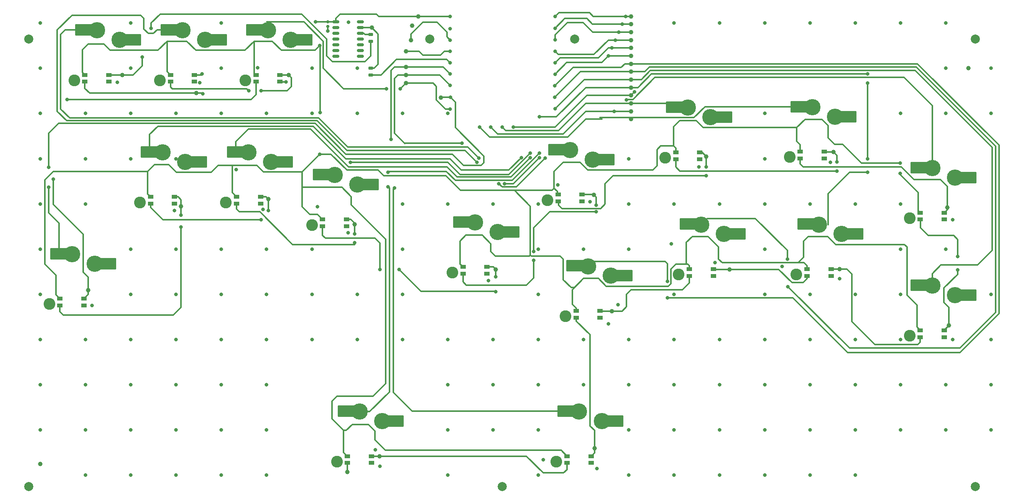
<source format=gbl>
G04*
G04 #@! TF.GenerationSoftware,Altium Limited,CircuitStudio,1.5.2 (30)*
G04*
G04 Layer_Physical_Order=2*
G04 Layer_Color=26367*
%FSLAX25Y25*%
%MOIN*%
G70*
G01*
G75*
%ADD12C,0.01181*%
%ADD13C,0.03937*%
%ADD14C,0.07874*%
%ADD15C,0.14173*%
%ADD16C,0.10236*%
%ADD17C,0.03150*%
G04:AMPARAMS|DCode=18|XSize=29.53mil|YSize=39.37mil|CornerRadius=7.38mil|HoleSize=0mil|Usage=FLASHONLY|Rotation=270.000|XOffset=0mil|YOffset=0mil|HoleType=Round|Shape=RoundedRectangle|*
%AMROUNDEDRECTD18*
21,1,0.02953,0.02461,0,0,270.0*
21,1,0.01476,0.03937,0,0,270.0*
1,1,0.01476,-0.01230,-0.00738*
1,1,0.01476,-0.01230,0.00738*
1,1,0.01476,0.01230,0.00738*
1,1,0.01476,0.01230,-0.00738*
%
%ADD18ROUNDEDRECTD18*%
G04:AMPARAMS|DCode=19|XSize=61.02mil|YSize=23.62mil|CornerRadius=5.91mil|HoleSize=0mil|Usage=FLASHONLY|Rotation=180.000|XOffset=0mil|YOffset=0mil|HoleType=Round|Shape=RoundedRectangle|*
%AMROUNDEDRECTD19*
21,1,0.06102,0.01181,0,0,180.0*
21,1,0.04921,0.02362,0,0,180.0*
1,1,0.01181,-0.02461,0.00591*
1,1,0.01181,0.02461,0.00591*
1,1,0.01181,0.02461,-0.00591*
1,1,0.01181,-0.02461,-0.00591*
%
%ADD19ROUNDEDRECTD19*%
G04:AMPARAMS|DCode=20|XSize=23.62mil|YSize=23.62mil|CornerRadius=5.91mil|HoleSize=0mil|Usage=FLASHONLY|Rotation=270.000|XOffset=0mil|YOffset=0mil|HoleType=Round|Shape=RoundedRectangle|*
%AMROUNDEDRECTD20*
21,1,0.02362,0.01181,0,0,270.0*
21,1,0.01181,0.02362,0,0,270.0*
1,1,0.01181,-0.00591,-0.00591*
1,1,0.01181,-0.00591,0.00591*
1,1,0.01181,0.00591,0.00591*
1,1,0.01181,0.00591,-0.00591*
%
%ADD20ROUNDEDRECTD20*%
G04:AMPARAMS|DCode=21|XSize=151.57mil|YSize=98.43mil|CornerRadius=4.92mil|HoleSize=0mil|Usage=FLASHONLY|Rotation=0.000|XOffset=0mil|YOffset=0mil|HoleType=Round|Shape=RoundedRectangle|*
%AMROUNDEDRECTD21*
21,1,0.15157,0.08858,0,0,0.0*
21,1,0.14173,0.09843,0,0,0.0*
1,1,0.00984,0.07087,-0.04429*
1,1,0.00984,-0.07087,-0.04429*
1,1,0.00984,-0.07087,0.04429*
1,1,0.00984,0.07087,0.04429*
%
%ADD21ROUNDEDRECTD21*%
%ADD22R,0.04724X0.03543*%
D12*
X288189Y399764D02*
X297874D01*
X298031Y399606D02*
X303543Y394094D01*
Y367717D02*
Y394094D01*
X300197Y364370D02*
X303543Y367717D01*
X297244Y364370D02*
X300197D01*
X297244Y358465D02*
X306102D01*
X319685Y372047D01*
X363189D01*
X485236Y340551D02*
X523622D01*
X457677Y312992D02*
X485236Y340551D01*
X484252Y319882D02*
X498032D01*
X500984Y246063D02*
Y263779D01*
X497047Y242126D02*
X500984Y246063D01*
X496654Y152559D02*
X506890D01*
X595079Y188976D02*
X609252D01*
X711260Y189331D02*
X715551Y185039D01*
Y143701D02*
Y185039D01*
X491142Y253937D02*
X493110Y251969D01*
X490945Y254134D02*
X491142Y253937D01*
X480905Y254134D02*
X490945D01*
X493110Y245079D02*
Y251969D01*
X200787Y239173D02*
X229331Y210630D01*
X320866Y358268D02*
X327756D01*
X496063Y333661D02*
X496063Y333661D01*
X259842Y396654D02*
Y400492D01*
X259980Y404764D02*
X266929D01*
X292323Y393701D02*
X297244D01*
X291260Y394764D02*
X292323Y393701D01*
X288189Y394764D02*
X291260D01*
X484252Y333661D02*
X496063D01*
X458661Y321850D02*
X484252Y347441D01*
X443898Y321850D02*
X458661D01*
X421260Y312992D02*
X457677D01*
X468504Y304134D02*
X484252Y319882D01*
X400591Y304134D02*
X468504D01*
X391732Y312992D02*
X400591Y304134D01*
X464567Y307087D02*
X484252Y326772D01*
X407480Y307087D02*
X464567D01*
X401575Y312992D02*
X407480Y307087D01*
X460630Y310039D02*
X484252Y333661D01*
X414370Y310039D02*
X460630D01*
X411417Y312992D02*
X414370Y310039D01*
X482874Y354331D02*
X484252D01*
X457480Y328937D02*
X482874Y354331D01*
X457323Y338937D02*
X479606Y361221D01*
X327756Y358268D02*
X357283D01*
X327756Y351378D02*
X351378D01*
X357283Y358268D02*
X366142Y349410D01*
X327756Y365158D02*
X360236D01*
X366142Y359252D01*
X363189Y372047D02*
X366142Y369094D01*
X338583Y409449D02*
X366142D01*
X304134D02*
X338583D01*
X302165Y411417D02*
X304134Y409449D01*
X270669Y411417D02*
X302165D01*
X266929Y407677D02*
X270669Y411417D01*
X266929Y404764D02*
Y407677D01*
X258858Y375000D02*
Y389764D01*
Y375000D02*
X263779Y370079D01*
X292323D01*
X297244Y375000D01*
Y387795D01*
X206890Y404528D02*
X239173D01*
X255906Y387795D01*
Y364173D02*
Y387795D01*
X237205Y411417D02*
X258858Y389764D01*
X24606Y326772D02*
Y397638D01*
X27559Y328740D02*
Y393701D01*
X408465Y263779D02*
X411417Y260827D01*
X413386Y263779D02*
X421260D01*
X417323Y271654D02*
X436024Y290354D01*
X314961Y362205D02*
X317913Y365158D01*
Y355315D02*
X320866Y358268D01*
X317913Y365158D02*
X327756D01*
X472441Y158504D02*
X475787Y155157D01*
X479331Y282283D02*
X486024Y275591D01*
X456693Y259646D02*
X459449Y256890D01*
X422244Y257874D02*
X436024Y244094D01*
X316929Y81890D02*
Y258858D01*
X317913Y259842D01*
X452756Y239173D02*
X493110D01*
X438976Y225394D02*
X452756Y239173D01*
X438976Y204724D02*
Y225394D01*
X435039Y200787D02*
X436024Y201772D01*
Y244094D01*
Y201772D02*
X437008Y200787D01*
X471417Y173268D02*
X474409D01*
X506890Y152559D02*
X515748D01*
X519685Y156496D01*
Y167323D01*
X523622Y171260D01*
X553150Y195866D02*
X555118Y193898D01*
X659449Y197835D02*
Y205709D01*
X631693Y233465D02*
X659449Y205709D01*
X609252Y188976D02*
X651968D01*
X804134Y218504D02*
X807579Y215059D01*
Y200295D02*
Y215059D01*
X792913Y192913D02*
X824803D01*
X837598Y205709D01*
Y295276D01*
X840551Y151575D02*
Y296260D01*
X843504Y150591D02*
Y297244D01*
X694882Y228122D02*
Y254921D01*
X713583Y273622D01*
X729331D01*
X772638Y368110D02*
X843504Y297244D01*
X479606Y361221D02*
X535433D01*
X539370Y365158D01*
X771654D01*
X840551Y296260D01*
X529528Y347441D02*
X541339Y359252D01*
X484252Y347441D02*
X529528D01*
X540354Y362205D02*
X770669D01*
X837598Y295276D01*
X541339Y359252D02*
X729331D01*
X556102Y333661D02*
X559961Y329803D01*
X496063Y333661D02*
X512795D01*
X556102D01*
X729331Y300197D02*
X729331Y285433D01*
X729331Y300197D02*
Y351378D01*
X421260Y263779D02*
X443898Y286417D01*
X273622Y346457D02*
X311024D01*
X255906Y364173D02*
X273622Y346457D01*
X322835D02*
X327756Y351378D01*
Y351378D01*
X544291Y356299D02*
X760827D01*
X495079Y181142D02*
X501811Y174409D01*
X555118Y178740D02*
Y193898D01*
X249213Y404724D02*
X249311Y404626D01*
X259842D01*
X518701Y409449D02*
X523622D01*
X515748Y402559D02*
X523622D01*
X512795Y395669D02*
X523622D01*
X509842Y388779D02*
X523622D01*
X506890Y381890D02*
X523622D01*
X503937Y375000D02*
X523622D01*
X484252Y354331D02*
X532480D01*
X540354Y362205D01*
X523622Y340551D02*
X526575Y343504D01*
X484252Y326772D02*
X508858D01*
X519685Y336614D02*
X520177Y337106D01*
X525098D01*
X544291Y356299D01*
X508858Y326772D02*
X523622D01*
X454921Y257874D02*
X456693Y259646D01*
X422244Y257874D02*
X454921D01*
X362205Y328740D02*
X366142D01*
X24606Y397638D02*
X37402Y410433D01*
X27559Y393701D02*
X31496Y397638D01*
X187992Y379921D02*
X195866Y387795D01*
X211614D01*
X219488Y379921D01*
X249016D01*
X252953Y383858D01*
X145079Y379921D02*
X187992D01*
X120079Y387795D02*
X137205D01*
X145079Y379921D01*
X98425Y366142D02*
Y374016D01*
X90551Y358268D02*
X98425Y366142D01*
X106299Y403543D02*
X114173Y411417D01*
X237205D01*
X70669Y379921D02*
X112205D01*
X120079Y387795D01*
X65158Y385433D02*
X70669Y379921D01*
X46457Y380315D02*
X51575Y385433D01*
X65158D01*
X46457Y360630D02*
Y380315D01*
Y360630D02*
X48622Y358465D01*
X120079Y361417D02*
X123031Y358465D01*
X120079Y361417D02*
Y387795D01*
X48622Y346654D02*
X52756Y342520D01*
X151181D01*
X48622Y346654D02*
X48622Y352559D01*
X124409Y346457D02*
X189173D01*
X123031Y347835D02*
X124409Y346457D01*
X123031Y347835D02*
Y352559D01*
X149803Y358465D02*
X150591Y359252D01*
X143898Y358465D02*
X149803D01*
X189173Y346457D02*
X191142Y344488D01*
X195866Y360039D02*
Y387795D01*
Y360039D02*
X197441Y358465D01*
Y341142D02*
Y352559D01*
X193307Y337008D02*
X197441Y341142D01*
X33071Y337008D02*
X193307D01*
X201969Y344488D02*
X224410D01*
X228346Y348425D01*
Y355906D01*
X225787Y358465D02*
X228346Y355906D01*
X218307Y358465D02*
X225787D01*
X218504Y352362D02*
X223622D01*
X47244Y186614D02*
X51575Y182283D01*
Y167323D02*
Y182283D01*
X47835Y163583D02*
X51575Y167323D01*
X23622Y166929D02*
X26969Y163583D01*
X23622Y166929D02*
Y183858D01*
X21260Y245669D02*
Y267717D01*
X47244Y186614D02*
Y219685D01*
X21260Y245669D02*
X47244Y219685D01*
X417323Y275590D02*
X428150Y286417D01*
X13780Y193701D02*
X23622Y183858D01*
X13780Y193701D02*
Y266929D01*
X26181Y202756D02*
Y229331D01*
X17323Y238189D02*
X26181Y229331D01*
X17323Y238189D02*
Y260630D01*
X104921Y291339D02*
Y306496D01*
X314961Y302362D02*
Y362205D01*
X389469Y282283D02*
X389961D01*
X393307Y279528D02*
X395669Y281890D01*
Y287795D01*
X370866Y312598D02*
X395669Y287795D01*
X370866Y312598D02*
Y334567D01*
X366496Y338937D02*
X370866Y334567D01*
X252756Y383661D02*
X252953Y383858D01*
X252756Y383661D02*
X253150Y383268D01*
Y325590D02*
Y383268D01*
X377953Y279528D02*
X393307D01*
X375984Y275590D02*
X417323D01*
X27559Y328740D02*
X35433Y320866D01*
X251969D01*
X24606Y326772D02*
X32874Y318504D01*
X250394D01*
X104921Y306496D02*
X112205Y313779D01*
X247244D01*
X179724Y300394D02*
X190748Y311417D01*
X179724Y291339D02*
Y300394D01*
X31496Y397638D02*
X47835D01*
X106299Y398819D02*
Y403543D01*
X111417Y397638D02*
X122244D01*
X108268Y394488D02*
X111417Y397638D01*
X103937Y394488D02*
X108268D01*
X100000Y398425D02*
X103937Y394488D01*
X100000Y398425D02*
Y407677D01*
X97244Y410433D02*
X100000Y407677D01*
X37402Y410433D02*
X97244D01*
X17323Y277953D02*
Y307480D01*
X25984Y316142D01*
X248819D01*
X237402Y273819D02*
X252953Y289370D01*
X203740Y273819D02*
X237402D01*
X198031Y279528D02*
X203740Y273819D01*
X128347Y273622D02*
X158661D01*
X121653Y280315D02*
X128347Y273622D01*
X109055Y280315D02*
X121653D01*
X103150Y274410D02*
X109055Y280315D01*
X103150Y254724D02*
Y274410D01*
Y254724D02*
X105709Y252165D01*
X26969Y152165D02*
Y157677D01*
Y152165D02*
X29921Y149213D01*
X125591D01*
X132283Y155905D01*
X126575Y252165D02*
X129724D01*
X132283Y249606D01*
X105709Y243110D02*
Y246260D01*
Y243110D02*
X116535Y232283D01*
X201969D01*
X132283Y236221D02*
Y249606D01*
Y155905D02*
Y225984D01*
X69685Y358268D02*
X81102D01*
X90551D01*
X182874Y239173D02*
X200787D01*
X180512Y241535D02*
X182874Y239173D01*
X180512Y241535D02*
Y246260D01*
X158661Y273622D02*
X164567Y279528D01*
X176772Y255906D02*
X180512Y252165D01*
X176772Y255906D02*
Y279528D01*
X164567D02*
X176772D01*
X198031D01*
X237402Y243701D02*
X244094Y237008D01*
X250787D01*
X255315Y232480D01*
X317913Y307677D02*
Y355315D01*
Y307677D02*
X326969Y298622D01*
X251969Y320866D02*
X277165Y295669D01*
X381496D01*
X391339Y285827D01*
X250394Y318504D02*
X276378Y292520D01*
X379232D01*
X389469Y282283D01*
X248819Y316142D02*
X275590Y289370D01*
X368110D01*
X377953Y279528D01*
X247244Y313779D02*
X275590Y285433D01*
X366142D01*
X375984Y275590D01*
X303543D02*
X308661Y270472D01*
X312205Y261024D02*
X313386Y259842D01*
X255315Y218701D02*
Y226575D01*
Y218701D02*
X257874Y216142D01*
X300787D01*
X305118Y211811D01*
Y188976D02*
Y211811D01*
X237402Y243701D02*
Y260630D01*
Y273819D01*
Y260630D02*
X272047D01*
X280315Y252362D01*
X283071Y210630D02*
Y212205D01*
Y220079D02*
Y229134D01*
X279724Y232480D02*
X283071Y229134D01*
X276181Y232480D02*
X279724D01*
X229331Y210630D02*
X283071D01*
X208268Y240158D02*
Y250394D01*
X201378Y252165D02*
X206102D01*
X208268Y250000D01*
X280315Y245276D02*
Y252362D01*
Y245276D02*
X310236Y215354D01*
Y89764D02*
Y215354D01*
X299213Y78740D02*
X310236Y89764D01*
X267717Y78740D02*
X299213D01*
X263386Y74410D02*
X267717Y78740D01*
X263386Y59055D02*
Y74410D01*
Y59055D02*
X273622Y48819D01*
Y29724D02*
Y48819D01*
Y29724D02*
X276969Y26378D01*
X287402Y65158D02*
X296260D01*
X313386Y82284D01*
Y259842D01*
X316929Y81890D02*
X333268Y65551D01*
X467126D01*
X276969Y12795D02*
Y20472D01*
X432677Y26378D02*
X447244Y11811D01*
X464961D01*
X467913Y14764D01*
Y20472D01*
X297835Y26378D02*
X304724D01*
X432677D01*
X273622Y48819D02*
X275984D01*
X281102Y53937D01*
X295276D01*
X300787Y48425D01*
Y40551D02*
Y48425D01*
Y40551D02*
X309842Y31496D01*
X462795D01*
X467913Y26378D01*
X377362Y178150D02*
Y185236D01*
X438976Y181496D02*
Y196850D01*
X377362Y178150D02*
X380315Y175197D01*
X432677D01*
X438976Y181496D01*
X321850Y188976D02*
X340748Y170079D01*
X405512D02*
X405905Y169685D01*
X340748Y170079D02*
X405512D01*
X398228Y191142D02*
X403740D01*
X405905Y188976D01*
Y182677D02*
Y188976D01*
X374803Y193701D02*
X377362Y191142D01*
X394094Y218898D02*
X401575Y211417D01*
X374803Y193701D02*
Y213779D01*
X379921Y218898D01*
X394094D01*
X401575Y204724D02*
Y211417D01*
Y204724D02*
X405512Y200787D01*
X435039D01*
X326969Y298622D02*
X327165Y298819D01*
X376378D01*
X419291Y269685D02*
X436024Y286417D01*
X420079Y266535D02*
X443898Y290354D01*
X411417Y260827D02*
X423819D01*
X448819Y285827D01*
X456693Y259646D02*
Y274409D01*
X464567Y282283D01*
X479331D01*
X459449Y255512D02*
Y256890D01*
X463386Y242126D02*
X497047D01*
X460630Y244882D02*
X463386Y242126D01*
X460630Y244882D02*
Y247441D01*
X461417Y248228D01*
X546063Y293307D02*
X549291Y296535D01*
X560551D01*
X486024Y275591D02*
X542520D01*
X546063Y279134D01*
Y293307D01*
X580315Y318504D02*
X586339Y312480D01*
X587795Y330709D02*
X669882D01*
X500984Y263779D02*
X507874Y270669D01*
X588976D01*
X585039Y291142D02*
X588976Y287205D01*
Y278346D02*
Y287205D01*
Y287795D01*
X560551Y296535D02*
X562402Y294685D01*
Y291024D02*
Y294685D01*
Y278150D02*
Y285118D01*
Y278150D02*
X565945Y274606D01*
X702559D01*
X496654Y321260D02*
X498032Y319882D01*
X496654Y321260D02*
X578346D01*
X587795Y330709D01*
X565748Y318504D02*
X580315D01*
X560551Y313307D02*
X565748Y318504D01*
X560551Y296535D02*
Y313307D01*
X667598Y312480D02*
X674803Y319685D01*
X586339Y312480D02*
X667598D01*
Y300709D02*
X670669Y297638D01*
X667598Y300709D02*
Y312480D01*
X670669Y291535D02*
Y297638D01*
Y280906D02*
Y285630D01*
X699606Y291339D02*
X702559Y288386D01*
X692520Y291339D02*
X699606D01*
X702559Y282480D02*
Y288386D01*
X670669Y280906D02*
X673228Y278346D01*
X674803Y319685D02*
X689370D01*
X694882Y314173D01*
X724016Y281496D02*
X757480D01*
X707480Y298031D02*
X724016Y281496D01*
X694882Y303543D02*
Y314173D01*
Y303543D02*
X700394Y298031D01*
X707480D01*
X757480Y271654D02*
Y272638D01*
Y271654D02*
X773228Y255906D01*
Y240158D02*
Y255906D01*
Y240158D02*
X775000Y238386D01*
X795866D02*
X798425Y240945D01*
X673228Y278346D02*
X758661D01*
X798425Y240945D02*
Y261417D01*
X758661Y278346D02*
X769685Y267323D01*
X792520D01*
X798425Y261417D01*
X785433Y277165D02*
Y331693D01*
X760827Y356299D02*
X785433Y331693D01*
X775197Y225197D02*
Y232677D01*
Y225197D02*
X781890Y218504D01*
X804134D01*
X785433Y185433D02*
X792913Y192913D01*
X785433Y174803D02*
Y185433D01*
X763386Y166732D02*
X772047Y158071D01*
X763386Y166732D02*
Y208661D01*
X761248Y210799D02*
X763386Y208661D01*
X715551Y143701D02*
X735630Y123622D01*
X809449Y116535D02*
X843504Y150591D01*
X809449Y120472D02*
X840551Y151575D01*
X735630Y123622D02*
X772835D01*
X775000Y125787D01*
Y130118D01*
X772047Y138976D02*
Y158071D01*
Y138976D02*
X775000Y136024D01*
X807579Y184744D02*
Y188484D01*
X795669Y172835D02*
X807579Y184744D01*
X795866Y136024D02*
X796457Y136614D01*
X800000Y140157D01*
X795669Y160236D02*
Y172835D01*
Y160236D02*
X800000Y155905D01*
Y140157D02*
Y155905D01*
X697441Y189331D02*
X704724D01*
X711260D01*
X694488Y217717D02*
X701405Y210799D01*
X761248D01*
X677559Y217717D02*
X694488D01*
X673622Y213779D02*
X677559Y217717D01*
X673622Y199606D02*
Y213779D01*
X668898Y194882D02*
X673622Y199606D01*
X668898Y194882D02*
X674016D01*
X676575Y192323D01*
Y189331D02*
Y192323D01*
X659842Y174016D02*
X713386Y120472D01*
X809449D01*
X651968Y188976D02*
X663386Y177559D01*
X673228D01*
X676575Y180905D01*
Y183425D01*
X555118Y164173D02*
X664173D01*
X711811Y116535D01*
X809449D01*
X599606Y198031D02*
X602783Y194854D01*
X668898D01*
X590551Y217717D02*
X599606Y208661D01*
Y198031D02*
Y208661D01*
X576772Y217717D02*
X590551D01*
X571654Y212598D02*
X576772Y217717D01*
X571654Y193772D02*
Y212598D01*
X572764Y193772D02*
X574213Y192323D01*
Y189331D02*
Y192323D01*
X501811Y174409D02*
X555905D01*
X562669Y193772D02*
X572764D01*
X555905Y174409D02*
X558268Y176772D01*
Y189370D01*
X562669Y193772D01*
X523622Y171260D02*
X568110D01*
X574213Y177362D01*
Y183425D01*
X590000Y233465D02*
X631693D01*
X584646Y228110D02*
X590000Y233465D01*
X464567Y180118D02*
X471417Y173268D01*
X437008Y200787D02*
X461811D01*
X464567Y198031D01*
Y180118D02*
Y198031D01*
X490315Y195866D02*
X553150D01*
X486221Y191772D02*
X490315Y195866D01*
X482323Y181142D02*
X495079D01*
X472441Y158504D02*
Y171260D01*
X482323Y181142D01*
X475787Y152992D02*
Y155157D01*
X475984Y144095D02*
X487795Y132283D01*
X475984Y144095D02*
Y147087D01*
X487795Y52756D02*
Y132283D01*
Y52756D02*
X491732Y48819D01*
Y29331D02*
Y48819D01*
X488779Y26378D02*
X491732Y29331D01*
X13780Y266929D02*
X21260Y274410D01*
X103150D01*
X354331Y336614D02*
X362205Y328740D01*
X354331Y336614D02*
Y348425D01*
X351378Y351378D02*
X354331Y348425D01*
X190748Y311417D02*
X244882D01*
X277953Y278346D01*
X252953Y289370D02*
X262598D01*
X276378Y275590D01*
X303543D01*
X312205Y273622D02*
X312992Y274410D01*
X308661Y270472D02*
X362598D01*
X375197Y257874D01*
X422244D01*
X279528Y282283D02*
X364173D01*
X374803Y271654D01*
X417323D01*
X277953Y278346D02*
X363386D01*
X372047Y269685D01*
X419291D01*
X312992Y274410D02*
X362992D01*
X370866Y266535D01*
X420079D01*
X457677Y409449D02*
X460827Y412598D01*
X457362Y398937D02*
X465906Y407480D01*
X457520Y388937D02*
Y393347D01*
X518110Y368110D02*
X772638D01*
X514961Y364961D02*
X518110Y368110D01*
X473228Y364961D02*
X514961D01*
X457205Y348937D02*
X473228Y364961D01*
X503937Y375000D02*
X503937D01*
X498130Y369193D02*
X503937Y375000D01*
X467618Y369193D02*
X498130D01*
X457362Y358937D02*
X467618Y369193D01*
X503937Y381890D02*
X506890D01*
X457677Y378937D02*
X460236Y376378D01*
X457520Y368937D02*
X461811Y373228D01*
X495276D01*
X503937Y381890D01*
X460236Y376378D02*
X491339D01*
X503740Y388779D01*
X509842D01*
X490158Y395669D02*
X512795D01*
X465906Y407480D02*
X485039D01*
X489961Y402559D01*
X515748D01*
X460827Y412598D02*
X487402D01*
X490551Y409449D01*
X518701D01*
X457520Y393347D02*
X468110Y403937D01*
X481890D01*
X490158Y395669D01*
X357874Y375590D02*
X361221Y378937D01*
X366142D01*
X327756D02*
X339173D01*
X342520Y375590D01*
X357874D01*
X332283Y388583D02*
Y394094D01*
X342520Y404331D01*
X354724D01*
X363386Y395669D01*
Y391535D02*
Y395669D01*
Y391535D02*
X366142Y388779D01*
X358622Y338937D02*
X366496D01*
D13*
X283071Y228346D02*
D03*
X800000Y140157D02*
D03*
X276772Y12598D02*
D03*
X304724Y26378D02*
D03*
X51575Y170866D02*
D03*
X208268Y250394D02*
D03*
X132283Y244094D02*
D03*
X225787Y358465D02*
D03*
X145669Y342520D02*
D03*
X81102Y358268D02*
D03*
X405905Y188976D02*
D03*
X491732Y33465D02*
D03*
X506890Y152559D02*
D03*
X491142Y253937D02*
D03*
X704724Y189331D02*
D03*
X609252Y188976D02*
D03*
X798425Y242913D02*
D03*
X699606Y291339D02*
D03*
X588976Y287205D02*
D03*
X523622Y361221D02*
D03*
X327756Y378937D02*
D03*
X523622Y368110D02*
D03*
Y375000D02*
D03*
X298031Y399606D02*
D03*
X523622Y381890D02*
D03*
Y388779D02*
D03*
X327756Y365158D02*
D03*
Y358268D02*
D03*
X523622Y395669D02*
D03*
Y402559D02*
D03*
X327756Y351378D02*
D03*
X523622Y409449D02*
D03*
Y319882D02*
D03*
Y326772D02*
D03*
Y333661D02*
D03*
X333071Y401181D02*
D03*
X523622Y340551D02*
D03*
X332283Y388583D02*
D03*
X523622Y347441D02*
D03*
X338583Y409449D02*
D03*
X523622Y354331D02*
D03*
X358268Y338583D02*
D03*
X816929Y364173D02*
D03*
X9843Y19685D02*
D03*
D14*
X0Y0D02*
D03*
X822835D02*
D03*
X0Y389764D02*
D03*
X822835D02*
D03*
X411417Y0D02*
D03*
X348425Y389764D02*
D03*
X474409D02*
D03*
D15*
X287402Y65158D02*
D03*
X307087Y56890D02*
D03*
X133465Y397244D02*
D03*
X153150Y388976D02*
D03*
X285433Y262992D02*
D03*
X265748Y271260D02*
D03*
X478346Y65158D02*
D03*
X498032Y56890D02*
D03*
X805118Y166535D02*
D03*
X785433Y174803D02*
D03*
Y277165D02*
D03*
X805118Y268898D02*
D03*
X135827Y282677D02*
D03*
X116142Y290945D02*
D03*
X387795Y229921D02*
D03*
X407480Y221654D02*
D03*
X706693Y219843D02*
D03*
X687008Y228110D02*
D03*
X681102Y330315D02*
D03*
X700787Y322047D02*
D03*
X227559Y388976D02*
D03*
X207874Y397244D02*
D03*
X190945Y290945D02*
D03*
X210630Y282677D02*
D03*
X592520Y321535D02*
D03*
X572835Y329803D02*
D03*
X470472Y292913D02*
D03*
X490158Y284646D02*
D03*
X604331Y219843D02*
D03*
X584646Y228110D02*
D03*
X486221Y191772D02*
D03*
X505905Y183504D02*
D03*
X59055Y397244D02*
D03*
X78740Y388976D02*
D03*
X37402Y202362D02*
D03*
X57087Y194095D02*
D03*
D16*
X267717Y21654D02*
D03*
X113779Y353740D02*
D03*
X246063Y227756D02*
D03*
X458661Y21654D02*
D03*
X765748Y131299D02*
D03*
Y233661D02*
D03*
X96457Y247441D02*
D03*
X368110Y186417D02*
D03*
X667323Y184606D02*
D03*
X661417Y286811D02*
D03*
X188189Y353740D02*
D03*
X171260Y247441D02*
D03*
X553150Y286299D02*
D03*
X450787Y249410D02*
D03*
X564961Y184606D02*
D03*
X466535Y148268D02*
D03*
X39370Y353740D02*
D03*
X17717Y158858D02*
D03*
D17*
X285433Y364173D02*
D03*
X518701Y409449D02*
D03*
X515748Y402559D02*
D03*
X512795Y395669D02*
D03*
X509842Y388779D02*
D03*
X506890Y381890D02*
D03*
X503937Y375000D02*
D03*
X408465Y263779D02*
D03*
X413386Y263779D02*
D03*
X259842Y396654D02*
D03*
X277953Y404331D02*
D03*
X443898Y321850D02*
D03*
X457480Y328937D02*
D03*
X457323Y338937D02*
D03*
X457205Y348937D02*
D03*
X457362Y358937D02*
D03*
X457520Y368937D02*
D03*
X457677Y378937D02*
D03*
X457520Y388937D02*
D03*
X457362Y398937D02*
D03*
X457677Y409449D02*
D03*
X366142D02*
D03*
Y398622D02*
D03*
Y388779D02*
D03*
Y378937D02*
D03*
Y369094D02*
D03*
Y359252D02*
D03*
Y349410D02*
D03*
Y328740D02*
D03*
X391732Y312992D02*
D03*
X401575D02*
D03*
X411417D02*
D03*
X421260D02*
D03*
X252953Y383858D02*
D03*
X317913Y259842D02*
D03*
X321850Y188976D02*
D03*
X436024Y290354D02*
D03*
X428150Y286417D02*
D03*
X436024D02*
D03*
X322835Y346457D02*
D03*
X311024D02*
D03*
X9843Y206693D02*
D03*
X88583Y167323D02*
D03*
X9843D02*
D03*
Y246063D02*
D03*
Y285433D02*
D03*
X127953Y167323D02*
D03*
X9843Y127953D02*
D03*
X49213D02*
D03*
X88583D02*
D03*
X127953D02*
D03*
X9843Y88583D02*
D03*
Y49213D02*
D03*
X49213Y9843D02*
D03*
Y49213D02*
D03*
X88583D02*
D03*
X49213Y88583D02*
D03*
X88583D02*
D03*
Y9843D02*
D03*
X127953D02*
D03*
Y49213D02*
D03*
Y88583D02*
D03*
X167323Y127953D02*
D03*
Y88583D02*
D03*
Y49213D02*
D03*
Y9843D02*
D03*
X206693D02*
D03*
Y49213D02*
D03*
Y88583D02*
D03*
Y127953D02*
D03*
X167323Y167323D02*
D03*
X206693D02*
D03*
X364173Y49213D02*
D03*
Y88583D02*
D03*
Y9843D02*
D03*
X403543Y49213D02*
D03*
Y88583D02*
D03*
X600394Y49213D02*
D03*
Y9843D02*
D03*
X639764D02*
D03*
Y49213D02*
D03*
X679134D02*
D03*
Y9843D02*
D03*
X718504D02*
D03*
Y49213D02*
D03*
X836614D02*
D03*
X797244D02*
D03*
X757874D02*
D03*
X403543Y127953D02*
D03*
X364173D02*
D03*
X324803D02*
D03*
X285433D02*
D03*
X246063D02*
D03*
Y167323D02*
D03*
X285433D02*
D03*
X324803D02*
D03*
Y206693D02*
D03*
Y246063D02*
D03*
X521654Y285433D02*
D03*
X364173Y324803D02*
D03*
X324803D02*
D03*
X285433D02*
D03*
X9843D02*
D03*
Y364173D02*
D03*
Y403543D02*
D03*
X249213Y404724D02*
D03*
X526575Y343504D02*
D03*
X519685Y336614D02*
D03*
X508858Y326772D02*
D03*
X757874Y403543D02*
D03*
X797244D02*
D03*
X718504D02*
D03*
X679134D02*
D03*
X639764D02*
D03*
X600394D02*
D03*
X561024D02*
D03*
X729331Y273622D02*
D03*
Y285433D02*
D03*
X729331Y359252D02*
D03*
Y351378D02*
D03*
X836614Y324803D02*
D03*
X797244D02*
D03*
X757874D02*
D03*
X797244Y364173D02*
D03*
X836614D02*
D03*
X639764Y324803D02*
D03*
Y285433D02*
D03*
X659449Y197835D02*
D03*
X807579Y200295D02*
D03*
Y188484D02*
D03*
X600394Y88583D02*
D03*
X639764D02*
D03*
X679134D02*
D03*
X718504D02*
D03*
X757874D02*
D03*
X797244D02*
D03*
X836614D02*
D03*
Y127953D02*
D03*
X757874D02*
D03*
X718504D02*
D03*
X679134D02*
D03*
X639764D02*
D03*
X600394D02*
D03*
X561024D02*
D03*
Y167323D02*
D03*
X558661Y211417D02*
D03*
X639764Y167323D02*
D03*
X679134D02*
D03*
X718504D02*
D03*
X757874D02*
D03*
X836614D02*
D03*
X797244Y206693D02*
D03*
X757874D02*
D03*
X639764D02*
D03*
X521654Y246063D02*
D03*
X561024D02*
D03*
X600394D02*
D03*
X639764D02*
D03*
X679134D02*
D03*
X718504D02*
D03*
X757874D02*
D03*
X493110Y245079D02*
D03*
Y239173D02*
D03*
X487795Y248031D02*
D03*
X459941Y262697D02*
D03*
X443898Y290354D02*
D03*
Y286417D02*
D03*
X442913Y127953D02*
D03*
X521654D02*
D03*
X482283D02*
D03*
X555118Y164173D02*
D03*
Y178740D02*
D03*
X521654Y206693D02*
D03*
X482283D02*
D03*
X442913Y88583D02*
D03*
Y49213D02*
D03*
X482283Y88583D02*
D03*
X521654D02*
D03*
Y49213D02*
D03*
Y9843D02*
D03*
X442913D02*
D03*
X561024D02*
D03*
Y49213D02*
D03*
Y88583D02*
D03*
X438976Y196850D02*
D03*
Y204724D02*
D03*
X442913Y167323D02*
D03*
Y206693D02*
D03*
X364173Y246063D02*
D03*
X403543D02*
D03*
X442913D02*
D03*
X252953Y289370D02*
D03*
X88583Y206693D02*
D03*
X127953D02*
D03*
X246063D02*
D03*
X206693D02*
D03*
X167323D02*
D03*
X150591Y359252D02*
D03*
X148425Y351575D02*
D03*
X201969Y344488D02*
D03*
X191142D02*
D03*
X127953Y285433D02*
D03*
X250787Y243701D02*
D03*
X246063Y324803D02*
D03*
X206693D02*
D03*
X167323D02*
D03*
X127953D02*
D03*
X88583D02*
D03*
X49213D02*
D03*
X88583Y403543D02*
D03*
X167323D02*
D03*
X246063Y364173D02*
D03*
X167323D02*
D03*
X88583D02*
D03*
X366496Y338937D02*
D03*
X98425Y374016D02*
D03*
X151181Y342126D02*
D03*
X223622Y352362D02*
D03*
X33071Y337008D02*
D03*
X21260Y267717D02*
D03*
X17323Y260630D02*
D03*
Y277953D02*
D03*
X314961Y302362D02*
D03*
X389469Y282283D02*
D03*
X391339Y285827D02*
D03*
X253150Y325590D02*
D03*
X106299Y398819D02*
D03*
X201969Y232283D02*
D03*
X126378Y240158D02*
D03*
X132283Y236221D02*
D03*
Y225984D02*
D03*
X279528Y282283D02*
D03*
X312205Y261024D02*
D03*
Y273622D02*
D03*
X305118Y188976D02*
D03*
X283071Y212205D02*
D03*
Y220079D02*
D03*
X208268Y240158D02*
D03*
X405905Y182677D02*
D03*
Y169685D02*
D03*
X376378Y298819D02*
D03*
X448819Y285827D02*
D03*
X588976Y270472D02*
D03*
Y278346D02*
D03*
X702559Y274606D02*
D03*
Y282480D02*
D03*
X757480Y272638D02*
D03*
Y281496D02*
D03*
X659842Y174016D02*
D03*
X76772Y351969D02*
D03*
X203543Y241339D02*
D03*
X277559Y220866D02*
D03*
X54724Y157480D02*
D03*
X305118Y17717D02*
D03*
X493701Y15748D02*
D03*
X399606Y179134D02*
D03*
X503937Y141732D02*
D03*
X582677Y278346D02*
D03*
X696850Y282283D02*
D03*
X803150Y232283D02*
D03*
X704724Y181102D02*
D03*
X803150Y127953D02*
D03*
X512205Y158268D02*
D03*
X447244Y23228D02*
D03*
X301181Y31890D02*
D03*
X180315Y275984D02*
D03*
X198819Y364567D02*
D03*
X654724Y191732D02*
D03*
X596457Y194882D02*
D03*
X49213Y246063D02*
D03*
Y285433D02*
D03*
X88583D02*
D03*
D18*
X297244Y393701D02*
D03*
Y387795D02*
D03*
Y358465D02*
D03*
Y364370D02*
D03*
D19*
X266929Y374764D02*
D03*
X288189D02*
D03*
Y379764D02*
D03*
Y384764D02*
D03*
Y389764D02*
D03*
Y394764D02*
D03*
Y399764D02*
D03*
Y404764D02*
D03*
X266929Y379764D02*
D03*
Y384764D02*
D03*
Y389764D02*
D03*
Y394764D02*
D03*
Y399764D02*
D03*
Y404764D02*
D03*
D20*
X259842Y404626D02*
D03*
Y400492D02*
D03*
D21*
X318307Y56890D02*
D03*
X276181Y65551D02*
D03*
X164370Y388976D02*
D03*
X122244Y397638D02*
D03*
X254528Y271654D02*
D03*
X296654Y262992D02*
D03*
X509252Y56890D02*
D03*
X467126Y65551D02*
D03*
X774213Y175197D02*
D03*
X816339Y166535D02*
D03*
Y268898D02*
D03*
X774213Y277559D02*
D03*
X104921Y291339D02*
D03*
X147047Y282677D02*
D03*
X418701Y221654D02*
D03*
X376575Y230315D02*
D03*
X675787Y228504D02*
D03*
X717913Y219843D02*
D03*
X712008Y322047D02*
D03*
X669882Y330709D02*
D03*
X196653Y397638D02*
D03*
X238779Y388976D02*
D03*
X221850Y282677D02*
D03*
X179724Y291339D02*
D03*
X561614Y330197D02*
D03*
X603740Y321535D02*
D03*
X501378Y284646D02*
D03*
X459252Y293307D02*
D03*
X573425Y228504D02*
D03*
X615551Y219843D02*
D03*
X517126Y183504D02*
D03*
X475000Y192165D02*
D03*
X89961Y388976D02*
D03*
X47835Y397638D02*
D03*
X68307Y194095D02*
D03*
X26181Y202756D02*
D03*
D22*
X276969Y26378D02*
D03*
Y20472D02*
D03*
X297835D02*
D03*
Y26378D02*
D03*
X123031Y358465D02*
D03*
Y352559D02*
D03*
X143898D02*
D03*
Y358465D02*
D03*
X276181Y232480D02*
D03*
Y226575D02*
D03*
X255315D02*
D03*
Y232480D02*
D03*
X467913Y26378D02*
D03*
Y20472D02*
D03*
X488779D02*
D03*
Y26378D02*
D03*
X795866Y136024D02*
D03*
Y130118D02*
D03*
X775000D02*
D03*
Y136024D02*
D03*
Y238386D02*
D03*
Y232480D02*
D03*
X795866D02*
D03*
Y238386D02*
D03*
X126575Y252165D02*
D03*
Y246260D02*
D03*
X105709D02*
D03*
Y252165D02*
D03*
X377362Y191142D02*
D03*
Y185236D02*
D03*
X398228D02*
D03*
Y191142D02*
D03*
X697441Y189331D02*
D03*
Y183425D02*
D03*
X676575D02*
D03*
Y189331D02*
D03*
X670669Y291535D02*
D03*
Y285630D02*
D03*
X691535D02*
D03*
Y291535D02*
D03*
X218307Y358465D02*
D03*
Y352559D02*
D03*
X197441D02*
D03*
Y358465D02*
D03*
X180512Y252165D02*
D03*
Y246260D02*
D03*
X201378D02*
D03*
Y252165D02*
D03*
X583268Y291024D02*
D03*
Y285118D02*
D03*
X562402D02*
D03*
Y291024D02*
D03*
X460039Y254134D02*
D03*
Y248228D02*
D03*
X480905D02*
D03*
Y254134D02*
D03*
X595079Y189331D02*
D03*
Y183425D02*
D03*
X574213D02*
D03*
Y189331D02*
D03*
X475787Y152992D02*
D03*
Y147087D02*
D03*
X496654D02*
D03*
Y152992D02*
D03*
X48622Y358465D02*
D03*
Y352559D02*
D03*
X69488D02*
D03*
Y358465D02*
D03*
X26969Y163583D02*
D03*
Y157677D02*
D03*
X47835D02*
D03*
Y163583D02*
D03*
M02*

</source>
